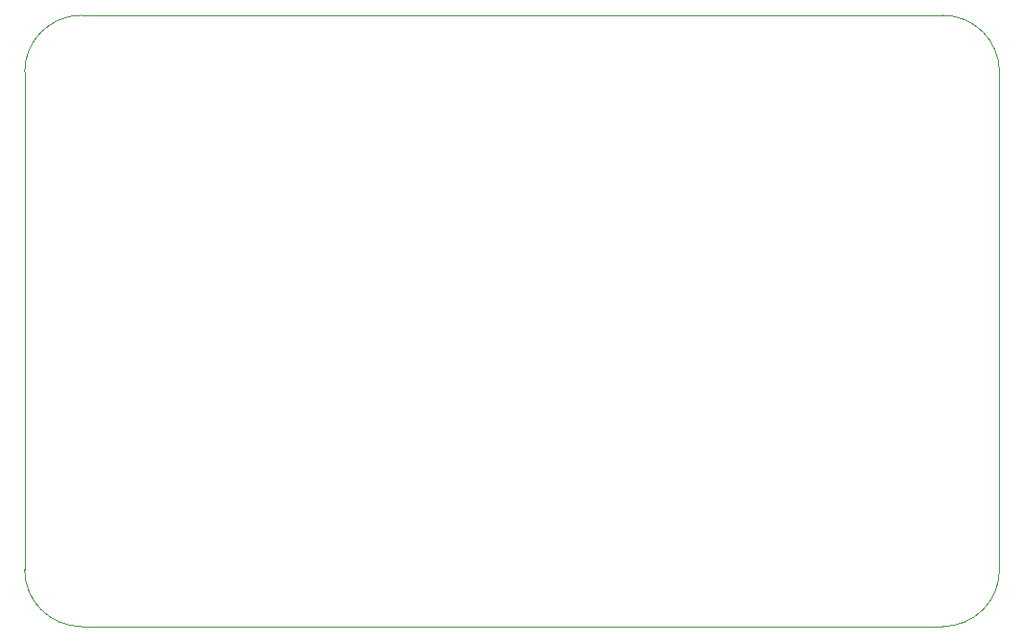
<source format=gbr>
%TF.GenerationSoftware,KiCad,Pcbnew,9.0.2*%
%TF.CreationDate,2025-09-05T17:13:16+02:00*%
%TF.ProjectId,LLM Business Card,4c4c4d20-4275-4736-996e-657373204361,rev?*%
%TF.SameCoordinates,Original*%
%TF.FileFunction,Profile,NP*%
%FSLAX46Y46*%
G04 Gerber Fmt 4.6, Leading zero omitted, Abs format (unit mm)*
G04 Created by KiCad (PCBNEW 9.0.2) date 2025-09-05 17:13:16*
%MOMM*%
%LPD*%
G01*
G04 APERTURE LIST*
%TA.AperFunction,Profile*%
%ADD10C,0.050000*%
%TD*%
G04 APERTURE END LIST*
D10*
X181000000Y-154000000D02*
X105000000Y-154000000D01*
X181000000Y-100000000D02*
X105000000Y-100000000D01*
X100000000Y-105000000D02*
X100000000Y-149000000D01*
X186000000Y-149000000D02*
G75*
G02*
X181000000Y-154000000I-5000000J0D01*
G01*
X186000000Y-149000000D02*
X186000000Y-105000000D01*
X100000000Y-105000000D02*
G75*
G02*
X105000000Y-100000000I5000000J0D01*
G01*
X181000000Y-100000000D02*
G75*
G02*
X186000000Y-105000000I0J-5000000D01*
G01*
X105000000Y-154000000D02*
G75*
G02*
X100000000Y-149000000I0J5000000D01*
G01*
M02*

</source>
